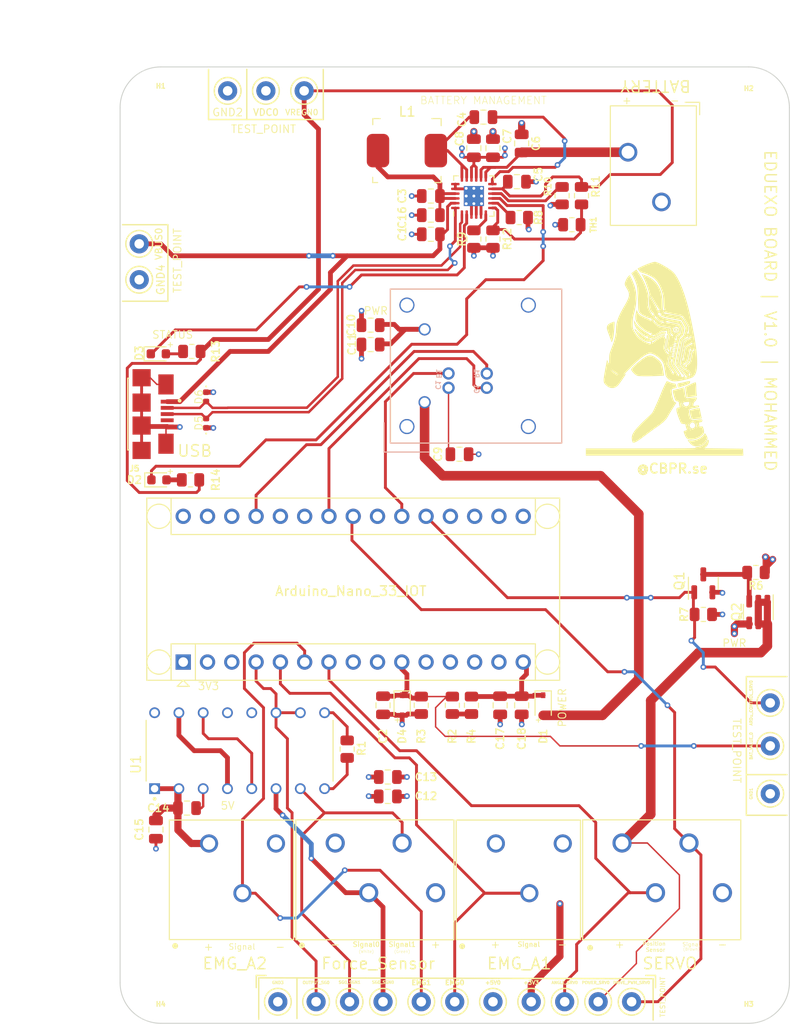
<source format=kicad_pcb>
(kicad_pcb (version 20211014) (generator pcbnew)
  (layers (0 "F.Cu" signal) (1 "In1.Cu" signal "GND") (2 "In2.Cu" signal "PWR") (31 "B.Cu" signal) (34 "B.Paste" user) (35 "F.Paste" user) (36 "B.SilkS" user "B.Silkscreen") (37 "F.SilkS" user "F.Silkscreen") (38 "B.Mask" user) (39 "F.Mask" user) (44 "Edge.Cuts" user))
  (net 0 "")
  (net 1 "Earth")
  (net 4 "+5V")
  (net 5 "+3V3")
  (net 6 "/EMG0_V")
  (net 7 "/EMG1_V")
  (net 8 "Net-(U1-Pad14)")
  (net 9 "Net-(R1-Pad2)")
  (net 10 "Net-(R1-Pad1)")
  (net 11 "/INA125P AMPLIFIER/SG0_OUTPUT_V")
  (net 14 "VDC")
  (net 15 "VBUS")
  (net 16 "/SRV0_ANGLE_V")
  (net 19 "/Nano 33 IOT /BAT_VALUE_V")
  (net 23 "Net-(A1-Pad15)")
  (net 27 "/Nano 33 IOT /SRV0_ARDu_CONTROL_V")
  (net 28 "/Nano 33 IOT /STATUS_LED_G")
  (net 30 "/SRV0_DRIVE_PWM")
  (net 31 "/Nano 33 IOT /STATUS_LED_B")
  (net 34 "/Nano 33 IOT /STATUS_LED_R")
  (net 38 "/SG0_SIGNAL0_V")
  (net 39 "/SG0_SIGNAL1_V")
  (net 40 "/SRV0_POWER")
  (net 41 "/BQ25886 BATTERY MANAGMENT/D-")
  (net 42 "/BQ25886 BATTERY MANAGMENT/D+")
  (net 43 "Net-(D1-Pad2)")
  (net 44 "Net-(Q1-Pad3)")
  (net 45 "Net-(R11-Pad2)")
  (net 46 "Net-(R8-Pad2)")
  (net 47 "Net-(D2-Pad1)")
  (net 48 "Net-(R10-Pad2)")
  (net 49 "Net-(C4-Pad2)")
  (net 50 "Net-(D3-Pad1)")
  (net 51 "Net-(R9-Pad2)")
  (net 52 "Net-(C4-Pad1)")
  (net 54 "/BAT0_INPUT")
  (net 55 "VPP")
  (net 56 "Net-(R2-Pad1)")
  (net 57 "Net-(D3-Pad2)")
  (net 58 "Net-(D2-Pad2)")
  (net 59 "Net-(C16-Pad1)")
  (footprint "TestPoint:TestPoint_Keystone_5000-5004_Miniature" (layer "F.Cu") (at 181.5 197.75)
    (fp_text reference "GND3")
    (fp_text value "TestPoint" hide)
  )
  (footprint "Capacitor_SMD:C_0805_2012Metric" (layer "F.Cu") (at 191.2 129.032 180)
    (fp_text reference "C11")
    (fp_text value "1uF" hide)
  )
  (footprint "TestPoint:TestPoint_Keystone_5000-5004_Miniature" (layer "F.Cu") (at 215 197.75)
    (fp_text reference "POWER_SRV0")
    (fp_text value "TestPoint" hide)
  )
  (footprint "TestPoint:TestPoint_Keystone_5000-5004_Miniature" (layer "F.Cu") (at 204 197.75)
    (fp_text reference "+5V0")
    (fp_text value "TestPoint" hide)
  )
  (footprint "TestPoint:TestPoint_Keystone_5000-5004_Miniature" (layer "F.Cu") (at 184.25 102.5)
    (fp_text reference "VREGN0")
    (fp_text value "TestPoint" hide)
  )
  (footprint "Capacitor_SMD:C_0805_2012Metric" (layer "F.Cu") (at 168.75 179.75 -90)
    (fp_text reference "C15")
    (fp_text value "1uF" hide)
  )
  (footprint "MountingHole:MountingHole_3.2mm_M3" (layer "F.Cu") (at 169.25 104.25)
    (fp_text reference "H1")
    (fp_text value "M3" hide)
  )
  (footprint "TestPoint:TestPoint_Keystone_5000-5004_Miniature" (layer "F.Cu") (at 200 197.75)
    (fp_text reference "EMG0")
    (fp_text value "TestPoint" hide)
  )
  (footprint "EDUEXO-custom-PCB:TE_1-2834011-4" (layer "F.Cu") (at 221.65 185)
    (fp_text reference "J4" hide)
    (fp_text value "SRV0" hide)
  )
  (footprint "Resistor_SMD:R_0805_2012Metric" (layer "F.Cu") (at 206.75 115.75 180)
    (fp_text reference "R8")
    (fp_text value "383R" hide)
  )
  (footprint "Capacitor_SMD:C_0805_2012Metric" (layer "F.Cu") (at 204 108.5 90)
    (fp_text reference "C7")
    (fp_text value "22uF" hide)
  )
  (footprint "Resistor_SMD:R_0805_2012Metric" (layer "F.Cu") (at 199.75 166.75 90)
    (fp_text reference "R2")
    (fp_text value "10k" hide)
  )
  (footprint "Diode_SMD:D_0402_1005Metric" (layer "F.Cu") (at 174 134.5 -90)
    (fp_text reference "D6")
    (fp_text value "ESD321" hide)
  )
  (footprint "Diode_SMD:D_SOD-323" (layer "F.Cu") (at 194.5 166.75 -90)
    (fp_text reference "D4")
    (fp_text value "D1213A" hide)
  )
  (footprint "Capacitor_SMD:C_0805_2012Metric" (layer "F.Cu") (at 203 105.25)
    (fp_text reference "C4")
    (fp_text value "47nF" hide)
  )
  (footprint "EDUEXO-custom-PCB:TE_1-2834011-4" (layer "F.Cu") (at 191.65 185)
    (fp_text reference "J3" hide)
    (fp_text value "SG0" hide)
  )
  (footprint "EDUEXO-custom-PCB:MODULE_ABX00027_ThroughHoles" (layer "F.Cu") (at 189.384 154.61)
    (fp_text reference "A1")
    (fp_text value "Arduino_Nano_33_IOT")
  )
  (footprint "EDUEXO-custom-PCB:TE_1-2834011-3" (layer "F.Cu") (at 206.65 185)
    (fp_text reference "J1" hide)
    (fp_text value "EMG0" hide)
  )
  (footprint "MountingHole:MountingHole_3.2mm_M3" (layer "F.Cu") (at 169.25 195.75)
    (fp_text reference "H4")
    (fp_text value "M3" hide)
  )
  (footprint "Resistor_SMD:R_0805_2012Metric" (layer "F.Cu") (at 202 118 90)
    (fp_text reference "R9")
    (fp_text value "Vset" hide)
  )
  (footprint "Capacitor_SMD:C_0805_2012Metric" (layer "F.Cu") (at 197.5 115.5 180)
    (fp_text reference "C16")
    (fp_text value "10uF" hide)
  )
  (footprint "MountingHole:MountingHole_3.2mm_M3" (layer "F.Cu") (at 230.75 195.75)
    (fp_text reference "H3")
    (fp_text value "M3" hide)
  )
  (footprint "Capacitor_SMD:C_0805_2012Metric" (layer "F.Cu") (at 207 108 90)
    (fp_text reference "C6")
    (fp_text value "10uF" hide)
  )
  (footprint "Resistor_SMD:R_0805_2012Metric" (layer "F.Cu") (at 211.228 113.462 90)
    (fp_text reference "R10")
    (fp_text value "Iset" hide)
  )
  (footprint "Resistor_SMD:R_0805_2012Metric" (layer "F.Cu") (at 172.366 143.18)
    (fp_text reference "R14")
    (fp_text value "170" hide)
  )
  (footprint "Resistor_SMD:R_0805_2012Metric" (layer "F.Cu") (at 231.5 152.8625 180)
    (fp_text reference "R6")
    (fp_text value "100k" hide)
  )
  (footprint "Capacitor_SMD:C_0805_2012Metric" (layer "F.Cu") (at 193 174.25)
    (fp_text reference "C13")
    (fp_text value "1uF" hide)
  )
  (footprint "TestPoint:TestPoint_Keystone_5000-5004_Miniature" (layer "F.Cu") (at 218.5 197.75)
    (fp_text reference "DRIVE_PWM_SRV0")
    (fp_text value "TestPoint" hide)
  )
  (footprint "TestPoint:TestPoint_Keystone_5000-5004_Miniature" (layer "F.Cu") (at 233 166.5 90)
    (fp_text reference "ARDu_CONTROL_SRV0")
    (fp_text value "TestPoint" hide)
  )
  (footprint "TestPoint:TestPoint_Keystone_5000-5004_Miniature" (layer "F.Cu") (at 189 197.75)
    (fp_text reference "SG0_SGN1")
    (fp_text value "TestPoint" hide)
  )
  (footprint "EDUEXO-custom-PCB:Texas_S-PVQFN-N24_EP2.1x2.1mm_ThermalVias" (layer "F.Cu") (at 202 113.5 90)
    (fp_text reference "U2" hide)
    (fp_text value "BQ25886RGER" hide)
  )
  (footprint "TestPoint:TestPoint_Keystone_5000-5004_Miniature" (layer "F.Cu") (at 233 171 90)
    (fp_text reference "BAT_VALUE_0")
    (fp_text value "TestPoint" hide)
  )
  (footprint "Capacitor_SMD:C_0805_2012Metric" (layer "F.Cu") (at 206.5 112)
    (fp_text reference "C5")
    (fp_text value "4.7uF" hide)
  )
  (footprint "EDUEXO-custom-PCB:TE_1-2834011-2" (layer "F.Cu") (at 221.134 110 180)
    (fp_text reference "J6" hide)
    (fp_text value "BAT0" hide)
  )
  (footprint "TestPoint:TestPoint_Keystone_5000-5004_Miniature" (layer "F.Cu") (at 196.5 197.75)
    (fp_text reference "EMG1")
    (fp_text value "TestPoint" hide)
  )
  (footprint "MountingHole:MountingHole_3.2mm_M3" (layer "F.Cu") (at 230.75 104.25)
    (fp_text reference "H2")
    (fp_text value "M3" hide)
  )
  (footprint "Capacitor_SMD:C_0805_2012Metric" (layer "F.Cu") (at 193 176.282)
    (fp_text reference "C12")
    (fp_text value "100nF" hide)
  )
  (footprint "TestPoint:TestPoint_Keystone_5000-5004_Miniature" (layer "F.Cu") (at 167 118.5 -90)
    (fp_text reference "VBUS0")
    (fp_text value "TestPoint" hide)
  )
  (footprint "Capacitor_SMD:C_0805_2012Metric" (layer "F.Cu") (at 192.5 166.75 -90)
    (fp_text reference "C2")
    (fp_text value "6.8uF" hide)
  )
  (footprint "TestPoint:TestPoint_Keystone_5000-5004_Miniature" (layer "F.Cu") (at 167 122.25 90)
    (fp_text reference "GND4")
    (fp_text value "TestPoint" hide)
  )
  (footprint "TestPoint:TestPoint_Keystone_5000-5004_Miniature" (layer "F.Cu") (at 192.5 197.75)
    (fp_text reference "SG0_SGN0")
    (fp_text value "TestPoint" hide)
  )
  (footprint "Capacitor_SMD:C_0805_2012Metric" (layer "F.Cu") (at 197.5 117.5 180)
    (fp_text reference "C1")
    (fp_text value "1uF" hide)
  )
  (footprint "Resistor_SMD:R_0805_2012Metric" (layer "F.Cu") (at 196.5 166.75 -90)
    (fp_text reference "R3")
    (fp_text value "10k" hide)
  )
  (footprint "EDUEXO-custom-PCB:TE_1-2834011-3" (layer "F.Cu") (at 176.65 185)
    (fp_text reference "J2" hide)
    (fp_text value "EMG1" hide)
  )
  (footprint "TestPoint:TestPoint_Keystone_5000-5004_Miniature" (layer "F.Cu") (at 233 176 90)
    (fp_text reference "GND1")
    (fp_text value "TestPoint" hide)
  )
  (footprint "Package_TO_SOT_SMD:TSOT-23-6" (layer "F.Cu") (at 231.75 157 -90)
    (fp_text reference "Q2")
    (fp_text value "Si3483CDV" hide)
  )
  (footprint "CBPR:CBPR" (layer "F.Cu") (at 222 130.75)
    (fp_text reference "G***" hide)
    (fp_text value "LOGO" hide)
  )
  (footprint "Capacitor_SMD:C_0805_2012Metric" (layer "F.Cu") (at 191.2 127 180)
    (fp_text reference "C10")
    (fp_text value "100nF" hide)
  )
  (footprint "TestPoint:TestPoint_Keystone_5000-5004_Miniature" (layer "F.Cu") (at 180.25 102.5)
    (fp_text reference "VDC0")
    (fp_text value "TestPoint" hide)
  )
  (footprint "LED_SMD:LED_0603_1608Metric" (layer "F.Cu") (at 169 130)
    (fp_text reference "D3")
    (fp_text value "LED_RED" hide)
  )
  (footprint "EDUEXO-custom-PCB:SW_LP11EE1NCSRGB" (layer "F.Cu") (at 202.25 131.2547)
    (fp_text reference "U3")
    (fp_text value "LP11EE1NCSRGB" hide)
  )
  (footprint "Resistor_SMD:R_0805_2012Metric" (layer "F.Cu") (at 226 157.25)
    (fp_text reference "R7")
    (fp_text value "100k" hide)
  )
  (footprint "Resistor_SMD:R_0805_2012Metric" (layer "F.Cu") (at 188.75 171.3375 -90)
    (fp_text reference "R1")
    (fp_text value "60.4R" hide)
  )
  (footprint "Package_TO_SOT_SMD:SOT-23" (layer "F.Cu") (at 226 154 90)
    (fp_text reference "Q1")
    (fp_text value "BSS123" hide)
  )
  (footprint "Capacitor_SMD:C_0805_2012Metric" (layer "F.Cu") (at 207 166.75 -90)
    (fp_text reference "C18")
    (fp_text value "1uF" hide)
  )
  (footprint "Resistor_SMD:R_0805_2012Metric" (layer "F.Cu") (at 212.25 116.5 180)
    (fp_text reference "TH1")
    (fp_text value "Thermistor_NTC")
  )
  (footprint "Capacitor_SMD:C_0805_2012Metric" (layer "F.Cu") (at 200.5 140.5)
    (fp_text reference "C9")
    (fp_text value "100nF" hide)
  )
  (footprint "Capacitor_SMD:C_0805_2012Metric" (layer "F.Cu") (at 202 108.5 90)
    (fp_text reference "C8")
    (fp_text value "22uF" hide)
  )
  (footprint "Capacitor_SMD:C_0805_2012Metric" (layer "F.Cu") (at 172 177.5)
    (fp_text reference "C14")
    (fp_text value "100nF" hide)
  )
  (footprint "Diode_SMD:D_0402_1005Metric" (layer "F.Cu") (at 174 137.25 90)
    (fp_text reference "D5")
    (fp_text value "ESD321" hide)
  )
  (footprint "EDUEXO-custom-PCB:L_0630CDMCCDS-1R5MC" (layer "F.Cu") (at 195 108.75)
    (fp_text reference "L1")
    (fp_text value "1uH" hide)
  )
  (footprint "INA125P:DIP794W45P254L1969H508Q16" (layer "F.Cu") (at 177.5 171.5 90)
    (fp_text reference "U1")
    (fp_text value "INA125P")
  )
  (footprint "LED_SMD:LED_0603_1608Metric" (layer "F.Cu") (at 169.064 143.18)
    (fp_text reference "D2")
    (fp_text value "LED_Blue" hide)
  )
  (footprint "Diode_SMD:D_SOD-323" (layer "F.Cu") (at 209.25 166.75 -90)
    (fp_text reference "D1")
    (fp_text value "BAT60B" hide)
  )
  (footprint "TestPoint:TestPoint_Keystone_5000-5004_Miniature" (layer "F.Cu") (at 185.5 197.75)
    (fp_text reference "OUTPUT_SG0")
    (fp_text value "TestPoint" hide)
  )
  (footprint "TestPoint:TestPoint_Keystone_5000-5004_Miniature" (layer "F.Cu") (at 208 197.75)
    (fp_text reference "+3V3")
    (fp_text value "TestPoint" hide)
  )
  (footprint "TestPoint:TestPoint_Keystone_5000-5004_Miniature" (layer "F.Cu") (at 176.25 102.5)
    (fp_text reference "GND2")
    (fp_text value "TestPoint" hide)
  )
  (footprint "Capacitor_SMD:C_0805_2012Metric" (layer "F.Cu") (at 197.5 113.5 180)
    (fp_text reference "C3")
    (fp_text value "10uF" hide)
  )
  (footprint "Capacitor_SMD:C_0805_2012Metric" (layer "F.Cu") (at 204.75 166.75 -90)
    (fp_text reference "C17")
    (fp_text value "100nF" hide)
  )
  (footprint "Resistor_SMD:R_0805_2012Metric" (layer "F.Cu") (at 201.75 166.75 -90)
    (fp_text reference "R4")
    (fp_text value "10k" hide)
  )
  (footprint "Resistor_SMD:R_0805_2012Metric" (layer "F.Cu") (at 213.26 113.462 -90)
    (fp_text reference "R11")
    (fp_text value "5.24k" hide)
  )
  (footprint "EDUEXO-custom-PCB:USB_micro_B_10118192-0002LF" (layer "F.Cu") (at 169.925 136.3 -90)
    (fp_text reference "J5")
    (fp_text value "USB_B_Micro")
  )
  (footprint "Resistor_SMD:R_0805_2012Metric" (layer "F.Cu") (at 172.5 129.75)
    (fp_text reference "R13")
    (fp_text value "300" hide)
  )
  (footprint "Resistor_SMD:R_0805_2012Metric" (layer "F.Cu") (at 204 118 -90)
    (fp_text reference "R12")
    (fp_text value "30.31k" hide)
  )
  (footprint "TestPoint:TestPoint_Keystone_5000-5004_Miniature" (layer "F.Cu") (at 211.5 197.75)
    (fp_text reference "ANGLE_SRV0")
    (fp_text value "TestPoint" hide)
  )
  (gr_line (start 186.25 100.254) (end 186.25 105.5) (layer "F.SilkS") (width 0.15))
  (gr_line (start 234.75 163.75) (end 230.5 163.75) (layer "F.SilkS") (width 0.15))
  (gr_line (start 186.25 105.5) (end 174.25 105.5) (layer "F.SilkS") (width 0.15))
  (gr_line (start 230.5 174) (end 234.75 174) (layer "F.SilkS") (width 0.15))
  (gr_line (start 230.5 178.25) (end 234.75 178.25) (layer "F.SilkS") (width 0.15))
  (gr_line (start 180.258 195) (end 179.242 195) (layer "F.SilkS") (width 0.15))
  (gr_line (start 170 124.5) (end 170 116.5) (layer "F.SilkS") (width 0.15))
  (gr_line (start 170 116.5) (end 165.25 116.5) (layer "F.SilkS") (width 0.15))
  (gr_line (start 230.5 163.75) (end 230.5 178.25) (layer "F.SilkS") (width 0.15))
  (gr_line (start 179.242 195) (end 179.242 196.27) (layer "F.SilkS") (width 0.15))
  (gr_line (start 221 195) (end 219.984 195) (layer "F.SilkS") (width 0.15))
  (gr_line (start 178.25 105.5) (end 178.25 100.25) (layer "F.SilkS") (width 0.15))
  (gr_line (start 183.5 195.25) (end 183.5 199.5) (layer "F.SilkS") (width 0.15))
  (gr_line (start 220.75 195.339) (end 179.5 195.25) (layer "F.SilkS") (width 0.15))
  (gr_line (start 179.5 195.25) (end 179.5 199.572) (layer "F.SilkS") (width 0.15))
  (gr_line (start 174.25 105.5) (end 174.25 100.254) (layer "F.SilkS") (width 0.15))
  (gr_line (start 220.75 199.661) (end 220.75 195.339) (layer "F.SilkS") (width 0.15))
  (gr_line (start 221 196.27) (end 221 195) (layer "F.SilkS") (width 0.15))
  (gr_line (start 165.25 124.5) (end 170 124.5) (layer "F.SilkS") (width 0.15))
  (gr_line (start 165 195.75) (end 165 104.25) (layer "Edge.Cuts") (width 0.1))
  (gr_line (start 169.25 100) (end 230.75 100) (layer "Edge.Cuts") (width 0.1))
  (gr_line (start 235 104.25) (end 235 195.75) (layer "Edge.Cuts") (width 0.1))
  (gr_arc (start 230.75 100) (mid 233.755204 101.244796) (end 235 104.25) (layer "Edge.Cuts") (width 0.1))
  (gr_arc (start 165 104.25) (mid 166.244796 101.244796) (end 169.25 100) (layer "Edge.Cuts") (width 0.1))
  (gr_line (start 230.75 200) (end 169.25 200) (layer "Edge.Cuts") (width 0.1))
  (gr_arc (start 235 195.75) (mid 233.755204 198.755204) (end 230.75 200) (layer "Edge.Cuts") (width 0.1))
  (gr_arc (start 169.25 200) (mid 166.244796 198.755204) (end 165 195.75) (layer "Edge.Cuts") (width 0.1))
  (gr_text "BATTERY\n" (at 221 102 180) (layer "F.SilkS") (effects (font (size 1.2 1.2))))
  (gr_text "+\n" (at 170.25 129) (layer "F.SilkS") (effects (font (size 0.6 0.6) (thickness 0.1))))
  (gr_text "+" (at 198 191.75) (layer "F.SilkS") (effects (font (size 0.8 0.8) (thickness 0.1))))
  (gr_text "PWR" (at 229.25 160.25) (layer "F.SilkS") (effects (font (size 0.8 0.8) (thickness 0.1))))
  (gr_text "-\n" (at 187.5 191.75) (layer "F.SilkS") (effects (font (size 0.8 0.8) (thickness 0.1))))
  (gr_text "STATUS" (at 170.5 128) (layer "F.SilkS") (effects (font (size 0.8 0.8) (thickness 0.1))))
  (gr_text "TEST_POINT" (at 229.5 171.5 270) (layer "F.SilkS") (effects (font (size 0.8 0.8) (thickness 0.1))))
  (gr_text "Force_Sensor" (at 192 193.75) (layer "F.SilkS") (effects (font (size 1.2 1.2))))
  (gr_text "-" (at 223 103.5) (layer "F.SilkS") (effects (font (size 0.8 0.8) (thickness 0.1))))
  (gr_text "POWER" (at 211.25 167 90) (layer "F.SilkS") (effects (font (size 0.8 0.8) (thickness 0.1))))
  (gr_text "@CBPR.se" (at 222.75 142) (layer "F.SilkS") (effects (font (size 1 1) (thickness 0.18))))
  (gr_text "Signal0\n" (at 190.75 191.75) (layer "F.SilkS") (effects (font (size 0.5 0.5) (thickness 0.1))))
  (gr_text "BATTERY MANAGEMENT" (at 203 103.5) (layer "F.SilkS") (effects (font (size 0.8 0.8) (thickness 0.06))))
  (gr_text "5V" (at 176.25 177.25) (layer "F.SilkS") (effects (font (size 0.8 0.8) (thickness 0.1))))
  (gr_text "USB" (at 172.805 140.15225) (layer "F.SilkS") (effects (font (size 1.2 1.2))))
  (gr_text "+\n" (at 208.75 168.25) (layer "F.SilkS") (effects (font (size 0.6 0.6) (thickness 0.1))))
  (gr_text "3V3" (at 174.25 164.75) (layer "F.SilkS") (effects (font (size 0.8 0.8) (thickness 0.1))))
  (gr_text "+" (at 204.25 191.75) (layer "F.SilkS") (effects (font (size 0.8 0.8) (thickness 0.1))))
  (gr_text "SERVO" (at 222.5 193.75) (layer "F.SilkS") (effects (font (size 1.2 1.2))))
  (gr_text "+" (at 174.25 192) (layer "F.SilkS") (effects (font (size 0.8 0.8) (thickness 0.1))))
  (gr_text "-\n" (at 181.75 192) (layer "F.SilkS") (effects (font (size 0.8 0.8) (thickness 0.1))))
  (gr_text "EMG_A1" (at 206.75 193.75) (layer "F.SilkS") (effects (font (size 1.2 1.2))))
  (gr_text "TEST_POINT" (at 221.75 197.25 90) (layer "F.SilkS") (effects (font (size 0.5 0.5) (thickness 0.08))))
  (gr_text "-\n" (at 211.25 191.75) (layer "F.SilkS") (effects (font (size 0.8 0.8) (thickness 0.1))))
  (gr_text "PWR" (at 191.75 125.5) (layer "F.SilkS") (effects (font (size 0.8 0.8) (thickness 0.1))))
  (gr_text "(Brown)" (at 224.75 192.25) (layer "F.SilkS") (effects (font (size 0.3 0.3) (thickness 0.03))))
  (gr_text "Signal" (at 207.75 191.75) (layer "F.SilkS") (effects (font (size 0.5 0.5) (thickness 0.1))))
  (gr_text "Signal" (at 177.75 192) (layer "F.SilkS") (effects (font (size 0.6 0.6) (thickness 0.075))))
  (gr_text "(White)" (at 190.75 192.5) (layer "F.SilkS") (effects (font (size 0.3 0.3) (thickness 0.03))))
  (gr_text "EDUEXO BOARD | V1.0 | MOHAMMED" (at 233 125.5 270) (layer "F.SilkS") (effects (font (size 1.2 1.2))))
  (gr_text "-\n" (at 228 191.75) (layer "F.SilkS") (effects (font (size 0.8 0.8) (thickness 0.1))))
  (gr_text "+\n" (at 170.25 142.25) (layer "F.SilkS") (effects (font (size 0.6 0.6) (thickness 0.1))))
  (gr_text "Signal1\n" (at 194.5 191.75) (layer "F.SilkS") (effects (font (size 0.5 0.5) (thickness 0.1))))
  (gr_text "+" (at 217.25 191.75) (layer "F.SilkS") (effects (font (size 0.8 0.8) (thickness 0.1))))
  (gr_text "TEST_POINT" (at 180 106.5) (layer "F.SilkS") (effects (font (size 0.8 0.8) (thickness 0.1))))
  (gr_text "EMG_A2" (at 177 193.75) (layer "F.SilkS") (effects (font (size 1.2 1.2))))
  (gr_text "+\n" (at 194 168.25) (layer "F.SilkS") (effects (font (size 0.6 0.6) (thickness 0.1))))
  (gr_text "Position \nSensor" (at 221 192) (layer "F.SilkS") (effects (font (size 0.4 0.4) (thickness 0.07))))
  (gr_text "+" (at 218 103.5) (layer "F.SilkS") (effects (font (size 0.8 0.8) (thickness 0.1))))
  (gr_text "(Green)" (at 194.5 192.5) (layer "F.SilkS") (effects (font (size 0.3 0.3) (thickness 0.03))))
  (gr_text "Signal" (at 224.75 191.75) (layer "F.SilkS") (effects (font (size 0.4 0.4) (thickness 0.05))))
  (gr_text "TEST_POINT" (at 171 120.25 90) (layer "F.SilkS") (effects (font (size 0.8 0.8) (thickness 0.1))))
  (segment (start 194.968 176.282) (end 195 176.25) (width 0.5) (layer "F.Cu") (net 1))
  (segment (start 194.5 167.8) (end 193.8 167.8) (width 0.5) (layer "F.Cu") (net 1))
  (segment (start 227.9375 154.9375) (end 228 155) (width 0.5) (layer "F.Cu") (net 1))
  (segment (start 193.7 167.7) (end 192.5 167.7) (width 0.5) (layer "F.Cu") (net 1))
  (segment (start 167.25 137.5) (end 167.25 135.1) (width 0.3) (layer "F.Cu") (net 1))
  (segment (start 173.5 177.5) (end 172.95 177.5) (width 0.25) (layer "F.Cu") (net 1))
  (segment (start 173.69 177.31) (end 173.5 177.5) (width 0.25) (layer "F.Cu") (net 1))
  (segment (start 196.55 115.5) (end 195.5 115.5) (width 0.3) (layer "F.Cu") (net 1))
  (segment (start 193.95 174.25) (end 195 174.25) (width 0.5) (layer "F.Cu") (net 1))
  (segment (start 168.15275 132.5) (end 167.25 132.5) (width 0.15) (layer "F.Cu") (net 1))
  (segment (start 195.0875 167.6625) (end 194.95 167.8) (width 0.5) (layer "F.Cu") (net 1))
  (segment (start 226.9125 157.25) (end 228 157.25) (width 0.5) (layer "F.Cu") (net 1))
  (segment (start 174.735 137.735) (end 174.75 137.75) (width 0.5) (layer "F.Cu") (net 1))
  (segment (start 200.0625 112.25) (end 200.0625 112.75) (width 0.3) (layer "F.Cu") (net 1))
  (segment (start 196.55 113.5) (end 195.5 113.5) (width 0.3) (layer "F.Cu") (net 1))
  (segment (start 204 119.75) (end 204 118.9125) (width 0.5) (layer "F.Cu") (net 1))
  (segment (start 207 107.05) (end 207 105.92452) (width 0.75) (layer "F.Cu") (net 1))
  (segment (start 200.0625 112.75) (end 201.15 112.75) (width 0.3) (layer "F.Cu") (net 1))
  (segment (start 169.8 137.725) (end 169.925 137.6) (width 0.15) (layer "F.Cu") (net 1))
  (segment (start 202 107.55) (end 202 106.75) (width 0.75) (layer "F.Cu") (net 1))
  (segment (start 167.25 135.1) (end 167.25 132.5) (width 0.3) (layer "F.Cu") (net 1))
  (segment (start 174 137.735) (end 174.735 137.735) (width 0.5) (layer "F.Cu") (net 1))
  (segment (start 204 118.9125) (end 202 118.9125) (width 0.5) (layer "F.Cu") (net 1))
  (segment (start 207 167.7) (end 207 168.75) (width 0.5) (layer "F.Cu") (net 1))
  (segment (start 169.8 133.2) (end 168.85275 133.2) (width 0.15) (layer "F.Cu") (net 1))
  (segment (start 193.95 176.282) (end 194.968 176.282) (width 0.5) (layer "F.Cu") (net 1))
  (segment (start 204 107.55) (end 204 106.75) (width 0.75) (layer "F.Cu") (net 1))
  (segment (start 211.228 114.3745) (end 210.1255 114.3745) (width 0.5) (layer "F.Cu") (net 1))
  (segment (start 171.25 137.65225) (end 169.97725 137.65225) (width 0.5) (layer "F.Cu") (net 1))
  (segment (start 201.45 140.5) (end 202.5 140.5) (width 0.15) (layer "F.Cu") (net 1))
  (segment (start 202.75 114.35) (end 202.8 114.3) (width 0.3) (layer "F.Cu") (net 1))
  (segment (start 210.1255 114.3745) (end 210 114.5) (width 0.5) (layer "F.Cu") (net 1))
  (segment (start 211.3375 116.5) (end 210.5 116.5) (width 0.5) (layer "F.Cu") (net 1))
  (segment (start 201.75 115.4375) (end 201.75 114.55) (width 0.3) (layer "F.Cu") (net 1))
  (segment (start 207.45 112) (end 208.5 112) (width 0.5) (layer "F.Cu") (net 1))
  (segment (start 196.55 117.5) (end 195.5 117.5) (width 0.3) (layer "F.Cu") (net 1))
  (segment (start 202.75 115.4375) (end 202.75 114.35) (width 0.3) (layer "F.Cu") (net 1))
  (segment (start 169.97725 137.65225) (end 169.925 137.6) (width 0.5) (layer "F.Cu") (net 1))
  (segment (start 226.8625 154.9375) (end 227.9375 154.9375) (width 0.5) (layer "F.Cu") (net 1))
  (segment (start 196.5 167.6625) (end 195.0875 167.6625) (width 0.5) (layer "F.Cu") (net 1))
  (segment (start 202 114.3) (end 202.25 114.55) (width 0.3) (layer "F.Cu") (net 1))
  (segment (start 194.95 167.8) (end 194.5 167.8) (width 0.5) (layer "F.Cu") (net 1))
  (segment (start 201.15 112.75) (end 201.2 112.7) (width 0.3) (layer "F.Cu") (net 1))
  (segment (start 207.75 117) (end 207.6625 116.9125) (width 0.5) (layer "F.Cu") (net 1))
  (segment (start 167.35 137.6) (end 167.25 137.5) (width 0.5) (layer "F.Cu") (net 1))
  (segment (start 190.25 127) (end 190.25 125.5) (width 0.5) (layer "F.Cu") (net 1))
  (segment (start 207.6625 116.9125) (end 207.6625 115.75) (width 0.5) (layer "F.Cu") (net 1))
  (segment (start 201.75 114.55) (end 202 114.3) (width 0.3) (layer "F.Cu") (net 1))
  (segment (start 168.75 180.7) (end 168.75 181.75) (width 0.3) (layer "F.Cu") (net 1))
  (segment (start 169.925 137.6) (end 167.35 137.6) (width 0.5) (layer "F.Cu") (net 1))
  (segment (start 174.75 134.015) (end 174 134.015) (width 0.5) (layer "F.Cu") (net 1))
  (segment (start 168.85275 133.2) (end 168.15275 132.5) (width 0.15) (layer "F.Cu") (net 1))
  (segment (start 193.8 167.8) (end 193.7 167.7) (width 0.5) (layer "F.Cu") (net 1))
  (segment (start 169.8 139.4) (end 169.8 137.725) (width 0.15) (layer "F.Cu") (net 1))
  (segment (start 194.5 167.8) (end 194.5 168.75) (width 0.5) (layer "F.Cu") (net 1))
  (segment (start 167.25 140.1) (end 167.25 137.5) (width 0.3) (layer "F.Cu") (net 1))
  (segment (start 202.25 114.55) (end 202.25 115.4375) (width 0.3) (layer "F.Cu") (net 1))
  (segment (start 202 118.9125) (end 202 119.75) (width 0.5) (layer "F.Cu") (net 1))
  (segment (start 173.69 175.47) (end 173.69 177.31) (width 0.25) (layer "F.Cu") (net 1))
  (segment (start 190.25 129.032) (end 190.25 130.5) (width 0.5) (layer "F.Cu") (net 1))
  (segment (start 204.75 167.7) (end 204.75 168.75) (width 0.5) (layer "F.Cu") (net 1))
  (via (at 195.5 117.5) (size 0.6) (drill 0.3) (layers "F.Cu" "B.Cu") (net 1))
  (via (at 195.5 115.5) (size 0.6) (drill 0.3) (layers "F.Cu" "B.Cu") (net 1))
  (via (at 210.5 116.5) (size 0.6) (drill 0.3) (layers "F.Cu" "B.Cu") (net 1))
  (via (at 204 119.75) (size 0.6) (drill 0.3) (layers "F.Cu" "B.Cu") (net 1))
  (via (at 204.75 168.75) (size 0.6) (drill 0.3) (layers "F.Cu" "B.Cu") (net 1))
  (via (at 204 106.75) (size 0.6) (drill 0.3) (layers "F.Cu" "B.Cu") (net 1))
  (via (at 207.75 117) (size 0.6) (drill 0.3) (layers "F.Cu" "B.Cu") (net 1))
  (via (at 207 168.75) (size 0.6) (drill 0.3) (layers "F.Cu" "B.Cu") (net 1))
  (via (at 174.75 137.75) (size 0.6) (drill 0.3) (layers "F.Cu" "B.Cu") (net 1))
  (via (at 208.5 112) (size 0.6) (drill 0.3) (layers "F.Cu" "B.Cu") (net 1))
  (via (at 202 106.75) (size 0.6) (drill 0.3) (layers "F.Cu" "B.Cu") (net 1))
  (via (at 228 157.25) (size 0.6) (drill 0.3) (layers "F.Cu" "B.Cu") (net 1))
  (via (at 174.75 134.015) (size 0.6) (drill 0.3) (layers "F.Cu" "B.Cu") (net 1))
  (via (at 195 176.25) (size 0.6) (drill 0.3) (layers "F.Cu" "B.Cu") (net 1))
  (via (at 210 114.5) (size 0.6) (drill 0.3) (layers "F.Cu" "B.Cu") (net 1))
  (via (at 207 105.8495) (size 0.6) (drill 0.3) (layers "F.Cu" "B.Cu") (net 1))
  (via (at 168.75 181.75) (size 0.6) (drill 0.3) (layers "F.Cu" "B.Cu") (net 1))
  (via (at 195 174.25) (size 0.6) (drill 0.3) (layers "F.Cu" "B.Cu") (net 1))
  (via (at 190.25 125.5) (size 0.6) (drill 0.3) (layers "F.Cu" "B.Cu") (net 1))
  (via (at 202 119.75) (size 0.6) (drill 0.3) (layers "F.Cu" "B.Cu") (net 1))
  (via (at 171.25 137.65225) (size 0.6) (drill 0.3) (layers "F.Cu" "B.Cu") (net 1))
  (via (at 202.5 140.5) (size 0.6) (drill 0.3) (layers "F.Cu" "B.Cu") (net 1))
  (via (at 194.5 168.75) (size 0.6) (drill 0.3) (layers "F.Cu" "B.Cu") (net 1))
  (via (at 228 155) (size 0.6) (drill 0.3) (layers "F.Cu" "B.Cu") (net 1))
  (via (at 195.5 113.5) (size 0.6) (drill 0.3) (layers "F.Cu" "B.Cu") (net 1))
  (via (at 190.25 130.5) (size 0.6) (drill 0.3) (layers "F.Cu" "B.Cu") (net 1))
  (segment (start 172.75 171.5) (end 175.5 171.5) (width 0.5) (layer "F.Cu") (net 4))
  (segment (start 175.5 171.5) (end 176.23 172.23) (width 0.5) (layer "F.Cu") (net 4))
  (segment (start 171.15 169.9) (end 172.75 171.5) (width 0.5) (layer "F.Cu") (net 4))
  (segment (start 192.05 174.25) (end 191 174.25) (width 0.5) (layer "F.Cu") (net 4))
  (segment (start 191.032 176.282) (end 191 176.25) (width 0.5) (layer "F.Cu") (net 4))
  (segment (start 192.05 176.282) (end 191.032 176.282) (width 0.5) (layer "F.Cu") (net 4))
  (segment (start 171.15 167.53) (end 171.15 169.9) (width 0.5) (layer "F.Cu") (net 4))
  (segment (start 176.23 172.23) (end 176.23 175.47) (width 0.5) (layer "F.Cu") (net 4))
  (via (at 191 176.25) (size 0.6) (drill 0.3) (layers "F.Cu" "B.Cu") (net 4))
  (via (at 191 174.25) (size 0.6) (drill 0.3) (layers "F.Cu" "B.Cu") (net 4))
  (segment (start 169.5 177.5) (end 168.75 178.25) (width 0.75) (layer "F.Cu") (net 5))
  (segment (start 171.15 175.47) (end 168.61 175.47) (width 0.5) (layer "F.Cu") (net 5))
  (segment (start 199.55 140.5) (end 199.35 140.3) (width 0.15) (layer "F.Cu") (net 5))
  (segment (start 171.05 177.5) (end 169.5 177.5) (width 0.75) (layer "F.Cu") (net 5))
  (segment (start 199.35 140.3) (end 199.35 133.5547) (width 0.15) (layer "F.Cu") (net 5))
  (segment (start 211 193) (end 211 187.5) (width 0.75) (layer "F.Cu") (net 5))
  (segment (start 208 196) (end 211 193) (width 0.75) (layer "F.Cu") (net 5))
  (segment (start 174.3 181.2) (end 172.45 181.2) (width 0.75) (layer "F.Cu") (net 5))
  (segment (start 171.05 175.57) (end 171.15 175.47) (width 0.75) (layer "F.Cu") (net 5))
  (segment (start 168.75 178.25) (end 168.75 178.8) (width 0.75) (layer "F.Cu") (net 5))
  (segment (start 208 197.75) (end 208 196) (width 0.75) (layer "F.Cu") (net 5))
  (segment (start 171.05 177.5) (end 171.05 175.57) (width 0.75) (layer "F.Cu") (net 5))
  (segment (start 171.05 179.8) (end 172.45 181.2) (width 0.75) (layer "F.Cu") (net 5))
  (segment (start 171.05 177.5) (end 171.05 179.8) (width 0.75) (layer "F.Cu") (net 5))
  (via (at 211 187.5) (size 0.6) (drill 0.3) (layers "F.Cu" "B.Cu") (net 5))
  (segment (start 182.75 165.5) (end 181.764 164.514) (width 0.3) (layer "F.Cu") (net 6))
  (segment (start 203.15 186.4) (end 196 179.25) (width 0.3) (layer "F.Cu") (net 6))
  (segment (start 203.1 186.4) (end 200 189.5) (width 0.3) (layer "F.Cu") (net 6))
  (segment (start 187 165.5) (end 182.75 165.5) (width 0.3) (layer "F.Cu") (net 6))
  (segment (start 196 179.25) (end 196 173) (width 0.3) (layer "F.Cu") (net 6))
  (segment (start 207.8 186.4) (end 203.15 186.4) (width 0.3) (layer "F.Cu") (net 6))
  (segment (start 195.25 172.25) (end 193.75 172.25) (width 0.3) (layer "F.Cu") (net 6))
  (segment (start 193.75 172.25) (end 187 165.5) (width 0.3) (layer "F.Cu") (net 6))
  (segment (start 196 173) (end 195.25 172.25) (width 0.3) (layer "F.Cu") (net 6))
  (segment (start 207.8 186.4) (end 203.1 186.4) (width 0.3) (layer "F.Cu") (net 6))
  (segment (start 181.764 164.514) (end 181.764 162.23) (width 0.3) (layer "F.Cu") (net 6))
  (segment (start 200 189.5) (end 200 197.75) (width 0.3) (layer "F.Cu") (net 6))
  (segment (start 180 167) (end 178 165) (width 0.3) (layer "F.Cu") (net 7))
  (segment (start 181.75 189) (end 179.15 186.4) (width 0.3) (layer "F.Cu") (net 7))
  (segment (start 196.5 197.75) (end 196.5 188.312213) (width 0.3) (layer "F.Cu") (net 7))
  (segment (start 180 176.5) (end 180 167) (width 0.3) (layer "F.Cu") (net 7))
  (segment (start 177.8 186.4) (end 177.8 178.7) (width 0.3) (layer "F.Cu") (net 7))
  (segment (start 179.15 186.4) (end 177.8 186.4) (width 0.3) (layer "F.Cu") (net 7))
  (segment (start 192.187787 184) (end 188.5 184) (width 0.3) (layer "F.Cu") (net 7))
  (segment (start 183.5 160.25) (end 184.304 161.054) (width 0.3) (layer "F.Cu") (net 7))
  (segment (start 178 165) (end 178 161.25) (width 0.3) (layer "F.Cu") (net 7))
  (segment (start 177.8 178.7) (end 180 176.5) (width 0.3) (layer "F.Cu") (net 7))
  (segment (start 196.5 188.312213) (end 192.187787 184) (width 0.3) (layer "F.Cu") (net 7))
  (segment (start 184.304 161.054) (end 184.304 162.23) (width 0.3) (layer "F.Cu") (net 7))
  (segment (start 178 161.25) (end 179 160.25) (width 0.3) (layer "F.Cu") (net 7))
  (segment (start 179 160.25) (end 183.5 160.25) (width 0.3) (layer "F.Cu") (net 7))
  (via (at 188.5 184) (size 0.6) (drill 0.3) (layers "F.Cu" "B.Cu") (net 7))
  (via (at 181.75 189) (size 0.6) (drill 0.3) (layers "F.Cu" "B.Cu") (net 7))
  (segment (start 188.5 184) (end 183.5 189) (width 0.3) (layer "B.Cu") (net 7))
  (segment (start 183.5 189) (end 181.75 189) (width 0.3) (layer "B.Cu") (net 7))
  (segment (start 174.25 170.25) (end 177.25 170.25) (width 0.3) (layer "F.Cu") (net 8))
  (segment (start 173.69 169.69) (end 174.25 170.25) (width 0.3) (layer "F.Cu") (net 8))
  (segment (start 177.25 170.25) (end 178.77 171.77) (width 0.3) (layer "F.Cu") (net 8))
  (segment (start 178.77 171.77) (end 178.77 175.47) (width 0.3) (layer "F.Cu") (net 8))
  (segment (start 173.69 167.53) (end 173.69 169.69) (width 0.3) (layer "F.Cu") (net 8))
  (segment (start 186.39 175.47) (end 187.28 175.47) (width 0.3) (layer "F.Cu") (net 9))
  (segment (start 188.75 174) (end 188.75 172.25) (width 0.3) (layer "F.Cu") (net 9))
  (segment (start 187.28 175.47) (end 188.75 174) (width 0.3) (layer "F.Cu") (net 9))
  (segment (start 186.39 167.53) (end 187.28 167.53) (width 0.3) (layer "F.Cu") (net 10))
  (segment (start 187.28 167.53) (end 188.75 169) (width 0.3) (layer "F.Cu") (net 10))
  (segment (start 188.75 169) (end 188.75 170.425) (width 0.3) (layer "F.Cu") (net 10))
  (segment (start 185.5 193.5) (end 185.5 197.75) (width 0.3) (layer "F.Cu") (net 11))
  (segment (start 181.31 167.53) (end 181.31 169.06) (width 0.3) (layer "F.Cu") (net 11))
  (segment (start 181.31 169.06) (end 182.5 170.25) (width 0.3) (layer "F.Cu") (net 11))
  (segment (start 181.31 165.56) (end 181.31 167.53) (width 0.3) (layer "F.Cu") (net 11))
  (segment (start 181.31 167.53) (end 183.85 167.53) (width 0.3) (layer "F.Cu") (net 11))
  (segment (start 182.5 177.5) (end 182.5 170.25) (width 0.3) (layer "F.Cu") (net 11))
  (segment (start 182.985489 190.985489) (end 185.5 193.5) (width 0.3) (layer "F.Cu") (net 11))
  (segment (start 182.985489 177.985489) (end 182.985489 190.985489) (width 0.3) (layer "F.Cu") (net 11))
  (segment (start 179.224 162.23) (end 179.224 164.224) (width 0.3) (layer "F.Cu") (net 11))
  (segment (start 182.5 177.5) (end 182.985489 177.985489) (width 0.3) (layer "F.Cu") (net 11))
  (segment (start 180.75 165) (end 181.31 165.56) (width 0.3) (layer "F.Cu") (net 11))
  (segment (start 179.224 164.224) (end 180 165) (width 0.3) (layer "F.Cu") (net 11))
  (segment (start 180 165) (end 180.75 165) (width 0.3) (layer "F.Cu") (net 11))
  (segment (start 200.75 109.25) (end 200.75 108.5) (width 0.3) (layer "F.Cu") (net 14))
  (segment (start 193.294 128.956) (end 194.818 127.432) (width 0.5) (layer "F.Cu") (net 14))
  (segment (start 229.25 158.5) (end 229.25 159.25) (width 0.75) (layer "F.Cu") (net 14))
  (segment (start 204 109.45) (end 205.05 109.45) (width 0.3) (layer "F.Cu") (net 14))
  (segment (start 202 110.25) (end 202.25 110.5) (width 0.3) (layer "F.Cu") (net 14))
  (segment (start 193.674 126.924) (end 194.182 127.432) (width 0.5) (layer "F.Cu") (net 14))
  (segment (start 232.5 151.25) (end 232.575 151.325) (width 0.75) (layer "F.Cu") (net 14))
  (segment (start 229.5 158.25) (end 229.25 158.5) (width 0.75) (layer "F.Cu") (net 14))
  (segment (start 202 110.25) (end 201.75 110.5) (width 0.3) (layer "F.Cu") (net 14))
  (segment (start 205.05 109.45) (end 205.25 109.25) (width 0.3) (layer "F.Cu") (net 14))
  (segment (start 194.818 127.432) (end 196.068 127.432) (width 0.5) (layer "F.Cu") (net 14))
  (segment (start 202 109.45) (end 202 110.25) (width 0.3) (layer "F.Cu") (net 14))
  (segment (start 232.575 152.8625) (end 232.575 152.175) (width 0.75) (layer "F.Cu") (net 14))
  (segment (start 230.8 158.25) (end 229.5 158.25) (width 0.75) (layer "F.Cu") (net 14))
  (segment (start 202.25 110.5) (end 202.25 111.5625) (width 0.3) (layer "F.Cu") (net 14))
  (segment (start 192.112 128.956) (end 193.294 128.956) (width 0.5) (layer "F.Cu") (net 14))
  (segment (start 200.95 109.45) (end 202 109.45) (width 0.3) (layer "F.Cu") (net 14))
  (segment (start 200.75 109.25) (end 200.95 109.45) (width 0.3) (layer "F.Cu") (net 14))
  (segment (start 192.112 126.924) (end 193.674 126.924) (width 0.5) (layer "F.Cu") (net 14))
  (segment (start 201.75 110.5) (end 201.75 111.5625) (width 0.3) (layer "F.Cu") (net 14))
  (segment (start 232.575 151.325) (end 232.575 152.8625) (width 0.75) (layer "F.Cu") (net 14))
  (segment (start 196.068 127.432) (end 196.85 127.432) (width 0.5) (layer "F.Cu") (net 14))
  (segment (start 232.575 152.175) (end 233.25 151.5) (width 0.75) (layer "F.Cu") (net 14))
  (segment (start 194.182 127.432) (end 196.068 127.432) (width 0.5) (layer "F.Cu") (net 14))
  (segment (start 202 109.45) (end 204 109.45) (width 0.3) (layer "F.Cu") (net 14))
  (segment (start 205.25 109.25) (end 205.25 108.5) (width 0.3) (layer "F.Cu") (net 14))
  (via (at 232.5 151.25) (size 0.6) (drill 0.3) (layers "F.Cu" "B.Cu") (net 14))
  (via (at 205.25 109.25) (size 0.6) (drill 0.3) (layers "F.Cu" "B.Cu") (net 14))
  (via (at 200.75 108.5) (size 0.6) (drill 0.3) (layers "F.Cu" "B.Cu") (net 14))
  (via (at 205.25 108.5) (size 0.6) (drill 0.3) (layers "F.Cu" "B.Cu") (net 14))
  (via (at 229.25 159.25) (size 0.6) (drill 0.3) (layers "F.Cu" "B.Cu") (net 14))
  (via (at 233.25 151.5) (size 0.6) (drill 0.3) (layers "F.Cu" "B.Cu") (net 14))
  (via (at 229.25 158.5) (size 0.6) (drill 0.3) (layers "F.Cu" "B.Cu") (net 14))
  (via (at 200.75 109.25) (size 0.6) (drill 0.3) (layers "F.Cu" "B.Cu") (net 14))
  (segment (start 187 121.5) (end 188.75 119.75) (width 0.5) (layer "F.Cu") (net 15))
  (segment (start 169.925 135) (end 171.25 135) (width 0.5) (layer "F.Cu") (net 15))
  (segment (start 200.0625 114.25) (end 199.613027 114.25) (width 0.3) (layer "F.Cu") (net 15))
  (segment (start 176.5 129.75) (end 180.5 129.75) (width 0.5) (layer "F.Cu") (net 15))
  (segment (start 188.75 119.75) (end 197.75 119.75) (width 0.5) (layer "F.Cu") (net 15))
  (segment (start 171.25 135) (end 176.5 129.75) (width 0.5) (layer "F.Cu") (net 15))
  (segment (start 199.25 114.613027) (end 199.25 117) (width 0.3) (layer "F.Cu") (net 15))
  (segment (start 198.45 119.05) (end 198.45 117.5) (width 0.5) (layer "F.Cu") (net 15))
  (segment (start 199.613027 114.25) (end 199.25 114.613027) (width 0.3) (layer "F.Cu") (net 15))
  (segment (start 198.75 117.5) (end 198.45 117.5) (width 0.3) (layer "F.Cu") (net 15))
  (segment (start 188.75 119.75) (end 187.25 119.75) (width 0.5) (layer "F.Cu") (net 15))
  (segment (start 187 123.25) (end 187 121.5) (width 0.5) (layer "F.Cu") (net 15))
  (segment (start 169.25 118.5) (end 167 118.5) (width 0.5) (layer "F.Cu") (net 15))
  (segment (start 199.25 117) (end 198.75 117.5) (width 0.3) (layer "F.Cu") (net 15))
  (segment (start 170.5 119.75) (end 169.25 118.5) (width 0.5) (layer "F.Cu") (net 15))
  (segment (start 180.5 129.75) (end 187 123.25) (width 0.5) (layer "F.Cu") (net 15))
  (segment (start 197.75 119.75) (end 198.45 119.05) (width 0.5) (layer "F.Cu") (net 15))
  (segment (start 184.75 119.75) (end 170.5 119.75) (width 0.5) (layer "F.Cu") (net 15))
  (via (at 184.75 119.75) (size 0.6) (drill 0.3) (layers "F.Cu" "B.Cu") (net 15))
  (via (at 187.25 119.75) (size 0.6) (drill 0.3) (layers "F.Cu" "B.Cu") (net 15))
  (segment (start 187.25 119.75) (end 184.75 119.75) (width 0.5) (layer "B.Cu") (net 15))
  (segment (start 194.25 171.5) (end 196 171.5) (width 0.3) (layer "F.Cu") (net 16))
  (segment (start 212.75 191.75) (end 212.75 194.5) (width 0.3) (layer "F.Cu") (net 16))
  (segment (start 214.75 182.75) (end 218.35 186.35) (width 0.3) (layer "F.Cu") (net 16))
  (segment (start 213 177.25) (end 214.75 179) (width 0.3) (layer "F.Cu") (net 16))
  (segment (start 214.75 179) (end 214.75 182.75) (width 0.3) (layer "F.Cu") (net 16))
  (segment (start 211.5 195.75) (end 211.5 197.75) (width 0.3) (layer "F.Cu") (net 16))
  (segment (start 196 171.5) (end 201.75 177.25) (width 0.3) (layer "F.Cu") (net 16))
  (segment (start 212.75 194.5) (end 211.5 195.75) (width 0.3) (layer "F.Cu") (net 16))
  (segment (start 221 186.35) (end 218.35 186.35) (width 0.3) (layer "F.Cu") (net 16))
  (segment (start 218.35 186.35) (end 218.15 186.35) (width 0.3) (layer "F.Cu") (net 16))
  (segment (start 218.15 186.35) (end 212.75 191.75) (width 0.3) (layer "F.Cu") (net 16))
  (segment (start 201.75 177.25) (end 213 177.25) (width 0.3) (layer "F.Cu") (net 16))
  (segment (start 186.844 162.23) (end 186.844 164.094) (width 0.3) (layer "F.Cu") (net 16))
  (segment (start 186.844 164.094) (end 194.25 171.5) (width 0.3) (layer "F.Cu") (net 16))
  (segment (start 198 167) (end 198 169) (width 0.15) (layer "F.Cu") (net 19))
  (segment (start 194.55 165.75) (end 195.25 165.75) (width 0.5) (layer "F.Cu") (net 19))
  (segment (start 195.5 166) (end 196.3375 166) (width 0.5) (layer "F.Cu") (net 19))
  (segment (start 199 170) (end 210 170) (width 0.15) (layer "F.Cu") (net 19))
  (segment (start 225 171) (end 233 171) (width 0.3) (layer "F.Cu") (net 19))
  (segment (start 193.7 165.8) (end 192.5 165.8) (width 0.5) (layer "F.Cu") (net 19))
  (segment (start 199.1625 165.8375) (end 198 167) (width 0.15) (layer "F.Cu") (net 19))
  (segment (start 199.75 165.8375) (end 199.1625 165.8375) (width 0.15) (layer "F.Cu") (net 19))
  (segment (start 195 163.5) (end 195 165.2) (width 0.5) (layer "F.Cu") (net 19))
  (segment (start 198 169) (end 199 170) (width 0.15) (layer "F.Cu") (net 19))
  (segment (start 194.464 162.964) (end 195 163.5) (width 0.5) (layer "F.Cu") (net 19))
  (segment (start 196.3375 166) (end 196.5 165.8375) (width 0.5) (layer "F.Cu") (net 19))
  (segment (start 211 171) (end 219.5 171) (width 0.15) (layer "F.Cu") (net 19))
  (segment (start 194.5 165.7) (end 193.8 165.7) (width 0.5) (layer "F.Cu") (net 19))
  (segment (start 194.5 165.7) (end 194.55 165.75) (width 0.5) (layer "F.Cu") (net 19))
  (segment (start 194.464 162.23) (end 194.464 162.964) (width 0.5) (layer "F.Cu") (net 19))
  (segment (start 195 165.2) (end 194.5 165.7) (width 0.5) (layer "F.Cu") (net 19))
  (segment (start 195.25 165.75) (end 195.5 166) (width 0.5) (layer "F.Cu") (net 19))
  (segment (start 199.75 165.8375) (end 196.5 165.8375) (width 0.15) (layer "F.Cu") (net 19))
  (segment (start 210 170) (end 211 171) (width 0.15) (layer "F.Cu") (net 19))
  (segment (start 193.8 165.7) (end 193.7 165.8) (width 0.5) (layer "F.Cu") (net 19))
  (via (at 225 171) (size 0.6) (drill 0.3) (layers "F.Cu" "B.Cu") (net 19))
  (via (at 219.5 171) (size 0.6) (drill 0.3) (layers "F.Cu" "B.Cu") (net 19))
  (segment (start 225 171) (end 219.5 171) (width 0.3) (layer "B.Cu") (net 19))
  (segment (start 207 165.8) (end 208.2 165.8) (width 0.5) (layer "F.Cu") (net 23))
  (segment (start 201.75 165.8375) (end 204.7125 165.8375) (width 0.5) (layer "F.Cu") (net 23))
  (segment (start 207 164) (end 207.5 163.5) (width 0.5) (layer "F.Cu") (net 23))
  (segment (start 208.3 165.7) (end 209.25 165.7) (width 0.5) (layer "F.Cu") (net 23))
  (segment (start 207.5 163.5) (end 207.5 162.566) (width 0.5) (layer "F.Cu") (net 23))
  (segment (start 207.5 162.566) (end 207.164 162.23) (width 0.5) (layer "F.Cu") (net 23))
  (segment (start 207 165.8) (end 204.75 165.8) (width 0.5) (layer "F.Cu") (net 23))
  (segment (start 208.2 165.8) (end 208.3 165.7) (width 0.5) (layer "F.Cu") (net 23))
  (segment (start 204.7125 165.8375) (end 204.75 165.8) (width 0.5) (layer "F.Cu") (net 23))
  (segment (start 207 165.8) (end 207 164) (width 0.5) (layer "F.Cu") (net 23))
  (segment (start 205.514 155.5) (end 197.004 146.99) (width 0.3) (layer "F.Cu") (net 27))
  (segment (start 223.5 155.5) (end 224.0625 154.9375) (width 0.3) (layer "F.Cu") (net 27))
  (segment (start 225.0875 159.6625) (end 225.0875 157.25) (width 0.3) (layer "F.Cu") (net 27))
  (segment (start 226 162.75) (end 227.25 162.75) (width 0.3) (layer "F.Cu") (net 27))
  (segment (start 220.5 155.5) (end 223.5 155.5) (width 0.3) (layer "F.Cu") (net 27))
  (segment (start 224.0625 154.9375) (end 224.9625 154.9375) (width 0.3) (layer "F.Cu") (net 27))
  (segment (start 231 166.5) (end 233 166.5) (width 0.3) (layer "F.Cu") (net 27))
  (segment (start 224.9625 157.125) (end 225.0875 157.25) (width 0.3) (layer "F.Cu") (net 27))
  (segment (start 218 155.5) (end 205.514 155.5) (width 0.3) (layer "F.Cu") (net 27))
  (segment (start 227.25 162.75) (end 231 166.5) (width 0.3) (layer "F.Cu") (net 27))
  (segment (start 224.9625 154.9375) (end 224.9625 157.125) (width 0.3) (layer "F.Cu") (net 27))
  (segment (start 224.75 160) (end 225.0875 159.6625) (width 0.3) (layer "F.Cu") (net 27))
  (via (at 220.5 155.5) (size 0.6) (drill 0.3) (layers "F.Cu" "B.Cu") (net 27))
  (via (at 226 162.75) (size 0.6) (drill 0.3) (layers "F.Cu" "B.Cu") (net 27))
  (via (at 224.75 160) (size 0.6) (drill 0.3) (layers "F.Cu" "B.Cu") (net 27))
  (via (at 218 155.5) (size 0.6) (drill 0.3) (layers "F.Cu" "B.Cu") (net 27))
  (segment (start 224.75 160) (end 226 161.25) (width 0.3) (layer "B.Cu") (net 27))
  (segment (start 220.5 155.5) (end 218 155.5) (width 0.3) (layer "B.Cu") (net 27))
  (segment (start 226 161.25) (end 226 162.75) (width 0.3) (layer "B.Cu") (net 27))
  (segment (start 186.844 139.906) (end 186.844 146.99) (width 0.3) (layer "F.Cu") (net 28))
  (segment (start 203.35 133.5547) (end 202.3047 133.5547) (width 0.3) (layer "F.Cu") (net 28))
  (segment (start 196.25 130.5) (end 186.844 139.906) (width 0.3) (layer "F.Cu") (net 28))
  (segment (start 202.3047 133.5547) (end 202 133.25) (width 0.3) (layer "F.Cu") (net 28))
  (segment (start 202 131.25) (end 201.25 130.5) (width 0.3) (layer "F.Cu") (net 28))
  (segment (start 201.25 130.5) (end 196.25 130.5) (width 0.3) (layer "F.Cu") (net 28))
  (segment (start 202 133.25) (end 202 131.25) (width 0.3) (layer "F.Cu") (net 28))
  (segment (start 217.75 163.25) (end 216 163.25) (width 0.3) (layer "F.Cu") (net 30))
  (segment (start 209.5 156.75) (end 196.5 156.75) (width 0.3) (layer "F.Cu") (net 30))
  (segment (start 216 163.25) (end 209.5 156.75) (width 0.3) (layer "F.Cu") (net 30))
  (segment (start 225.75 193.25) (end 221.25 197.75) (width 0.3) (layer "F.Cu") (net 30))
  (segment (start 225.75 182.4) (end 225.75 193.25) (width 0.3) (layer "F.Cu") (net 30))
  (segment (start 223 179.65) (end 224.5 181.15) (width 0.3) (layer "F.Cu") (net 30))
  (segment (start 196.5 156.75) (end 189.25 149.5) (width 0.3) (layer "F.Cu") (net 30))
  (segment (start 189.25 147.124) (end 189.384 146.99) (width 0.3) (layer "F.Cu") (net 30))
  (segment (start 221.25 197.75) (end 218.5 197.75) (width 0.3) (layer "F.Cu") (net 30))
  (segment (start 189.25 149.5) (end 189.25 147.124) (width 0.3) (layer "F.Cu") (net 30))
  (segment (start 223 167.5) (end 223 179.65) (width 0.3) (layer "F.Cu") (net 30))
  (segment (start 224.5 181.15) (end 225.75 182.4) (width 0.3) (layer "F.Cu") (net 30))
  (segment (start 222.25 166.75) (end 223 167.5) (width 0.3) (layer "F.Cu") (net 30))
  (via (at 222.25 166.75) (size 0.6) (drill 0.3) (layers "F.Cu" "B.Cu") (net 30))
  (via (at 217.75 163.25) (size 0.6) (drill 0.3) (layers "F.Cu" "B.Cu") (net 30))
  (segment (start 218.75 163.25) (end 217.75 163.25) (width 0.3) (layer "B.Cu") (net 30))
  (segment (start 222.25 166.75) (end 218.75 163.25) (width 0.3) (layer "B.Cu") (net 30))
  (segment (start 195.6953 132.0547) (end 199.35 132.0547) (width 0.3) (layer "F.Cu") (net 31))
  (segment (start 192.75 144) (end 192.75 135) (width 0.3) (layer "F.Cu") (net 31))
  (segment (start 192.75 135) (end 195.6953 132.0547) (width 0.3) (layer "F.Cu") (net 31))
  (segment (start 194.464 146.99) (end 194.464 145.714) (width 0.3) (layer "F.Cu") (net 31))
  (segment (start 194.464 145.714) (end 192.75 144) (width 0.3) (layer "F.Cu") (net 31))
  (segment (start 201.95 129.75) (end 195.75 129.75) (width 0.3) (layer "F.Cu") (net 34))
  (segment (start 203.35 132.042) (end 203.35 131.15) (width 0.3) (layer "F.Cu") (net 34))
  (segment (start 186 139.5) (end 184.5 139.5) (width 0.3) (layer "F.Cu") (net 34))
  (segment (start 184.5 139.5) (end 179.224 144.776) (width 0.3) (layer "F.Cu") (net 34))
  (segment (start 195.75 129.75) (end 186 139.5) (width 0.3) (layer "F.Cu") (net 34))
  (segment (start 203.35 131.15) (end 201.95 129.75) (width 0.3) (layer "F.Cu") (net 34))
  (segment (start 179.224 144.776) (end 179.224 146.99) (width 0.3) (layer "F.Cu") (net 34))
  (segment (start 188.6 186.35) (end 191 186.35) (width 0.5) (layer "F.Cu") (net 38))
  (segment (start 192.5 187.85) (end 192.5 197.75) (width 0.5) (layer "F.Cu") (net 38))
  (segment (start 191 186.35) (end 192.5 187.85) (width 0.5) (layer "F.Cu") (net 38))
  (segment (start 185 182.75) (end 188.6 186.35) (width 0.5) (layer "F.Cu") (net 38))
  (segment (start 181.31 177.56) (end 182 178.25) (width 0.5) (layer "F.Cu") (net 38))
  (segment (start 181.31 175.47) (end 181.31 177.56) (width 0.5) (layer "F.Cu") (net 38))
  (via (at 182 178.25) (size 0.6) (drill 0.3) (layers "F.Cu" "B.Cu") (net 38))
  (via (at 185 182.75) (size 0.6) (drill 0.3) (layers "F.Cu" "B.Cu") (net 38))
  (segment (start 182 178.25) (end 185 181.25) (width 0.5) (layer "B.Cu") (net 38))
  (segment (start 185 181.25) (end 185 182.75) (width 0.5) (layer "B.Cu") (net 38))
  (segment (start 184 188.5) (end 189 193.5) (width 0.3) (layer "F.Cu") (net 39))
  (segment (start 186.38 178) (end 193.5 178) (width 0.3) (layer "F.Cu") (net 39))
  (segment (start 186.38 178) (end 184 180.38) (width 0.3) (layer "F.Cu") (net 39))
  (segment (start 189 193.5) (end 189 197.75) (width 0.3) (layer "F.Cu") (net 39))
  (segment (start 194.5 179) (end 194.5 181.15) (width 0.3) (layer "F.Cu") (net 39))
  (segment (start 193.5 178) (end 194.5 179) (width 0.3) (layer "F.Cu") (net 39))
  (segment (start 184 180.38) (end 184 188.5) (width 0.3) (layer "F.Cu") (net 39))
  (segment (start 183.85 175.47) (end 186.38 178) (width 0.3) (layer "F.Cu") (net 39))
  (segment (start 223.5 188) (end 223.5 184.5) (width 0.15) (layer "F.Cu") (net 40))
  (segment (start 232.7 158.25) (end 232.7 155.975) (width 0.75) (layer "F.Cu") (net 40))
  (segment (start 219 192.5) (end 223.5 188) (width 0.15) (layer "F.Cu") (net 40))
  (segment (start 219 193.75) (end 219 192.5) (width 0.15) (layer "F.Cu") (net 40))
  (segment (start 223.5 184.5) (end 220.15 181.15) (width 0.15) (layer "F.Cu") (net 40))
  (segment (start 232.25 158.25) (end 232.7 158.25) (width 0.75) (layer "F.Cu") (net 40))
  (segment (start 231.75 158.25) (end 231.75 155.975) (width 0.75) (layer "F.Cu") (net 40))
  (segment (start 220.5 178.15) (end 217.5 181.15) (width 1) (layer "F.Cu") (net 40))
  (segment (start 231.75 155.975) (end 232.7 155.975) (width 0.75) (layer "F.Cu") (net 40))
  (segment (start 225.5 161.25) (end 220.5 166.25) (width 1) (layer "F.Cu") (net 40))
  (segment (start 232.7 160.55) (end 232 161.25) (width 1) (layer "F.Cu") (net 40))
  (segment (start 232.7 158.25) (end 232.7 160.55) (width 1) (layer "F.Cu") (net 40))
  (segment (start 232 161.25) (end 225.5 161.25) (width 1) (layer "F.Cu") (net 40))
  (segment (start 231.75 158.25) (end 232.25 158.25) (width 0.75) (layer "F.Cu") (net 40))
  (segment (start 220.5 166.25) (end 220.5 178.15) (width 1) (layer "F.Cu") (net 40))
  (segment (start 215 197.75) (end 219 193.75) (width 0.15) (layer "F.Cu") (net 40))
  (segment (start 220.15 181.15) (end 217.5 181.15) (width 0.15) (layer "F.Cu") (net 40))
  (segment (start 187.767844 132.403836) (end 184.536337 135.635343) (width 0.261112) (layer "F.Cu") (net 41))
  (segment (start 189.403836 120.767844) (end 187.767844 122.403836) (width 0.261112) (layer "F.Cu") (net 41))
  (segment (start 184.536337 135.635343) (end 176.25 135.635343) (width 0.261112) (layer "F.Cu") (net 41))
  (segment (start 200.570404 118.804596) (end 198.607156 120.767844) (width 0.261112) (layer "F.Cu") (net 41))
  (segment (start 200.75 115.4375) (end 200.75 116.239642) (width 0.261112) (layer "F.Cu") (net 41))
  (segment (start 174.665343 135.650343) (end 176.25 135.650343) (width 0.261112) (layer "F.Cu") (net 41))
  (segment (start 200.570404 116.419239) (end 200.570404 118.804596) (width 0.261112) (layer "F.Cu") (net 41))
  (segment (start 169.940344 135.65225) (end 173.33275 135.65225) (width 0.261112) (layer "F.Cu") (net 41))
  (segment (start 174 134.985) (end 174.665343 135.650343) (width 0.261112) (layer "F.Cu") (net 41))
  (segment (start 198.607156 120.767844) (end 189.403836 120.767844) (width 0.261112) (layer "F.Cu") (net 41))
  (segment (start 200.75 116.239642) (end 200.570404 116.419239) (width 0.261112) (layer "F.Cu") (net 41))
  (segment (start 173.33275 135.65225) (end 174 134.985) (width 0.261112) (layer "F.Cu") (net 41))
  (segment (start 187.767844 122.403836) (end 187.767844 132.403836) (width 0.261112) (layer "F.Cu") (net 41))
  (segment (start 199.267844 121.232156) (end 189.596164 121.232156) (width 0.261112) (layer "F.Cu") (net 42))
  (segment (start 169.853094 136.3) (end 173.535 136.3) (width 0.261112) (layer "F.Cu") (net 42))
  (segment (start 199.5 118.75) (end 200.0625 118.1875) (width 0.3) (layer "F.Cu") (net 42))
  (segment (start 174.665343 136.099657) (end 174 136.765) (width 0.261112) (layer "F.Cu") (net 42))
  (segment (start 189.596164 121.232156) (end 188.232156 122.596164) (width 0.261112) (layer "F.Cu") (net 42))
  (segment (start 173.535 136.3) (end 174 136.765) (width 0.261112) (layer "F.Cu") (net 42))
  (segment (start 188.232156 132.596164) (end 184.728663 136.099657) (width 0.261112) (layer "F.Cu") (net 42))
  (segment (start 184.728663 136.099657) (end 174.665343 136.099657) (width 0.261112) (layer "F.Cu") (net 42))
  (segment (start 200.0625 118.1875) (end 200.0625 114.75) (width 0.3) (layer "F.Cu") (net 42))
  (segment (start 200 120.5) (end 199.267844 121.232156) (width 0.261112) (layer "F.Cu") (net 42))
  (segment (start 188.232156 122.596164) (end 188.232156 132.596164) (width 0.261112) (layer "F.Cu") (net 42))
  (via (at 199.5 118.75) (size 0.6) (drill 0.3) (layers "F.Cu" "B.Cu") (net 42))
  (via (at 200 120.5) (size 0.6) (drill 0.3) (layers "F.Cu" "B.Cu") (net 42))
  (segment (start 199.5 120) (end 200 120.5) (width 0.261112) (layer "B.Cu") (net 42))
  (segment (start 199.5 118.75) (end 199.5 120) (width 0.261112) (layer "B.Cu") (net 42))
  (segment (start 198.75 142.75) (end 215.25 142.75) (width 1) (layer "F.Cu") (net 43))
  (segment (start 196.85 140.85) (end 198.75 142.75) (width 1) (layer "F.Cu") (net 43))
  (segment (start 196.85 135.0647) (end 196.85 140.85) (width 1) (layer "F.Cu") (net 43))
  (segment (start 215.25 142.75) (end 219.25 146.75) (width 1) (layer "F.Cu") (net 43))
  (segment (start 219.25 164) (end 215.45 167.8) (width 1) (layer "F.Cu") (net 43))
  (segment (start 219.25 146.75) (end 219.25 164) (width 1) (layer "F.Cu") (net 43))
  (segment (start 215.45 167.8) (end 209.25 167.8) (width 1) (layer "F.Cu") (net 43))
  (segment (start 230.8 155.975) (end 230.8 152.9125) (width 0.5) (layer "F.Cu") (net 44))
  (segment (start 225.9125 153.0625) (end 230.55 153.0625) (width 0.5) (layer "F.Cu") (net 44))
  (segment (start 230.8 152.9125) (end 230.75 152.8625) (width 0.5) (layer "F.Cu") (net 44))
  (segment (start 230.55 153.0625) (end 230.75 152.8625) (width 0.5) (layer "F.Cu") (net 44))
  (segment (start 213.1625 116.5) (end 213.1625 117.3335) (width 0.3) (layer "F.Cu") (net 45))
  (segment (start 204.5 115) (end 204.25 114.75) (width 0.3) (layer "F.Cu") (net 45))
  (segment (start 206.25 118) (end 205.25 117) (width 0.3) (layer "F.Cu") (net 45))
  (segment (start 213.266 114.3645) (end 213.266 116.3965) (width 0.3) (layer "F.Cu") (net 45))
  (segment (start 213.266 116.3965) (end 213.1625 116.5) (width 0.3) (layer "F.Cu") (net 45))
  (segment (start 204 116.75) (end 204.5 116.25) (width 0.3) (layer "F.Cu") (net 45))
  (segment (start 212.5 118) (end 206.25 118) (width 0.3) (layer "F.Cu") (net 45))
  (segment (start 204 117.0875) (end 204 116.75) (width 0.3) (layer "F.Cu") (net 45))
  (segment (start 204.0875 117) (end 204 117.0875) (width 0.3) (layer "F.Cu") (net 45))
  (segment (start 205.25 117) (end 204.0875 117) (width 0.3) (layer "F.Cu") (net 45))
  (segment (start 213.1565 117.3435) (end 212.5 118) (width 0.3) (layer "F.Cu") (net 45))
  (segment (start 204.5 116.25) (end 204.5 115) (width 0.3) (layer "F.Cu") (net 45))
  (segment (start 204.25 114.75) (end 203.9375 114.75) (width 0.3) (layer "F.Cu") (net 45))
  (segment (start 204.5 114.25) (end 203.9375 114.25) (width 0.3) (layer "F.Cu") (net 46))
  (segment (start 205.5875 115.3375) (end 204.5 114.25) (width 0.3) (layer "F.Cu") (net 46))
  (segment (start 205.5875 115.5) (end 205.5875 115.3375) (width 0.3) (layer "F.Cu") (net 46))
  (segment (start 180.25 139) (end 177.5 141.75) (width 0.3) (layer "F.Cu") (net 47))
  (segment (start 209.25 120.25) (end 207.25 122.25) (width 0.3) (layer "F.Cu") (net 47))
  (segment (start 177.5 141.75) (end 168.75 141.75) (width 0.3) (layer "F.Cu") (net 47))
  (segment (start 185.5 139) (end 180.25 139) (width 0.3) (layer "F.Cu") (net 47))
  (segment (start 205.478564 114.5) (end 209.25 114.5) (width 0.3) (layer "F.Cu") (net 47))
  (segment (start 204.728564 113.75) (end 205.478564 114.5) (width 0.3) (layer "F.Cu") (net 47))
  (segment (start 209.25 118.75) (end 209.25 120.25) (width 0.3) (layer "F.Cu") (net 47))
  (segment (start 201.25 124.25) (end 201.25 128) (width 0.3) (layer "F.Cu") (net 47))
  (segment (start 200.25 129) (end 195.5 129) (width 0.3) (layer "F.Cu") (net 47))
  (segment (start 195.5 129) (end 185.5 139) (width 0.3) (layer "F.Cu") (net 47))
  (segment (start 201.25 128) (end 200.25 129) (width 0.3) (layer "F.Cu") (net 47))
  (segment (start 203.9375 113.75) (end 204.728564 113.75) (width 0.3) (layer "F.Cu") (net 47))
  (segment (start 209.25 114.5) (end 209.25 117.25) (width 0.3) (layer "F.Cu") (net 47))
  (segment (start 168.75 141.75) (end 168.2765 142.2235) (width 0.3) (layer "F.Cu") (net 47))
  (segment (start 207.25 122.25) (end 203.25 122.25) (width 0.3) (layer "F.Cu") (net 47))
  (segment (start 168.2765 142.2235) (end 168.2765 143.18) (width 0.3) (layer "F.Cu") (net 47))
  (segment (start 203.25 122.25) (end 201.25 124.25) (width 0.3) (layer "F.Cu") (net 47))
  (via (at 209.25 117.25) (size 0.6) (drill 0.3) (layers "F.Cu" "B.Cu") (net 47))
  (via (at 209.25 118.75) (size 0.6) (drill 0.3) (layers "F.Cu" "B.Cu") (net 47))
  (segment (start 209.25 117.25) (end 209.25 118.75) (width 0.3) (layer "B.Cu") (net 47))
  (segment (start 209.5 114) (end 205.614282 114) (width 0.3) (layer "F.Cu") (net 48))
  (segment (start 211.228 112.5495) (end 210.9505 112.5495) (width 0.3) (layer "F.Cu") (net 48))
  (segment (start 205.614282 114) (end 204.864282 113.25) (width 0.3) (layer "F.Cu") (net 48))
  (segment (start 204.864282 113.25) (end 203.9375 113.25) (width 0.3) (layer "F.Cu") (net 48))
  (segment (start 210.9505 112.5495) (end 209.5 114) (width 0.3) (layer "F.Cu") (net 48))
  (segment (start 210.75 110.25) (end 210.5 110.5) (width 0.3) (layer "F.Cu") (net 49))
  (segment (start 203.95 105.25) (end 209.25 105.25) (width 0.3) (layer "F.Cu") (net 49))
  (segment (start 209.25 105.25) (end 211.5 107.5) (width 0.3) (layer "F.Cu") (net 49))
  (segment (start 203.9375 111.73702) (end 203.9375 112.25) (width 0.3) (layer "F.Cu") (net 49))
  (segment (start 211.5 107.5) (end 211.5 107.75) (width 0.3) (layer "F.Cu") (net 49))
  (segment (start 210.5 110.5) (end 206.085718 110.5) (width 0.3) (layer "F.Cu") (net 49))
  (segment (start 205.636197 110.94952) (end 204.725 110.94952) (width 0.3) (layer "F.Cu") (net 49))
  (segment (start 204.725 110.94952) (end 203.9375 111.73702) (width 0.3) (layer "F.Cu") (net 49))
  (segment (start 206.085718 110.5) (end 205.636197 110.94952) (width 0.3) (layer "F.Cu") (net 49))
  (via (at 210.75 110.25) (size 0.6) (drill 0.3) (layers "F.Cu" "B.Cu") (net 49))
  (via (at 211.5 107.75) (size 0.6) (drill 0.3) (layers "F.Cu" "B.Cu") (net 49))
  (segment (start 211.5 109.5) (end 211.5 107.75) (width 0.3) (layer "B.Cu") (net 49))
  (segment (start 210.75 110.25) (end 211.5 109.5) (width 0.3) (layer "B.Cu") (net 49))
  (segment (start 201.00048 116.597382) (end 201.25 116.347862) (width 0.3) (layer "F.Cu") (net 50))
  (segment (start 201.25 116.347862) (end 201.25 115.4375) (width 0.3) (layer "F.Cu") (net 50))
  (segment (start 184.5 123) (end 183.75 123) (width 0.3) (layer "F.Cu") (net 50))
  (segment (start 170.7765 127.5) (end 179.25 127.5) (width 0.3) (layer "F.Cu") (net 50))
  (segment (start 170.7765 127.5) (end 168.2765 130) (width 0.3) (layer "F.Cu") (net 50))
  (segment (start 189 123) (end 190.25 121.75) (width 0.3) (layer "F.Cu") (net 50))
  (segment (start 183.75 123) (end 179.25 127.5) (width 0.3) (layer "F.Cu") (net 50))
  (segment (start 201.00048 120.99952) (end 201.00048 116.597382) (width 0.3) (layer "F.Cu") (net 50))
  (segment (start 190.25 121.75) (end 200.25 121.75) (width 0.3) (layer "F.Cu") (net 50))
  (segment (start 200.25 121.75) (end 201.00048 120.99952) (width 0.3) (layer "F.Cu") (net 50))
  (via (at 184.5 123) (size 0.6) (drill 0.3) (layers "F.Cu" "B.Cu") (net 50))
  (via (at 189 123) (size 0.6) (drill 0.3) (layers "F.Cu" "B.Cu") (net 50))
  (segment (start 184.5 123) (end 189 123) (width 0.3) (layer "B.Cu") (net 50))
  (segment (start 202 117.0875) (end 202.1625 117.0875) (width 0.3) (layer "F.Cu") (net 51))
  (segment (start 203.25 116) (end 203.25 115.4375) (width 0.3) (layer "F.Cu") (net 51))
  (segment (start 202.1625 117.0875) (end 203.25 116) (width 0.3) (layer "F.Cu") (net 51))
  (segment (start 199.25 108.75) (end 198.025 108.75) (width 0.3) (layer "F.Cu") (net 52))
  (segment (start 201.25 110.75) (end 200.75 110.25) (width 0.3) (layer "F.Cu") (net 52))
  (segment (start 201.25 111.5625) (end 201.25 110.75) (width 0.3) (layer "F.Cu") (net 52))
  (segment (start 202.05 105.25) (end 201.525 105.25) (width 0.3) (layer "F.Cu") (net 52))
  (segment (start 201.525 105.25) (end 198.025 108.75) (width 0.3) (layer "F.Cu") (net 52))
  (segment (start 200.75 110.25) (end 199.25 108.75) (width 0.3) (layer "F.Cu") (net 52))
  (segment (start 200.75 111.5625) (end 200.75 110.25) (width 0.3) (layer "F.Cu") (net 52))
  (segment (start 203.75 110.5) (end 204.25 110.5) (width 0.3) (layer "F.Cu") (net 54))
  (segment (start 203 110.5) (end 204.25 110.5) (width 0.3) (layer "F.Cu") (net 54))
  (segment (start 203.25 111.5625) (end 203.25 111) (width 0.3) (layer "F.Cu") (net 54))
  (segment (start 202.75 111.5625) (end 202.75 110.75) (width 0.3) (layer "F.Cu") (net 54))
  (segment (start 205.45 110.5) (end 207 108.95) (width 0.3) (layer "F.Cu") (net 54))
  (segment (start 207.03 108.92) (end 207 108.95) (width 1) (layer "F.Cu") (net 54))
  (segment (start 204.25 110.5) (end 205.45 110.5) (width 0.3) (layer "F.Cu") (net 54))
  (segment (start 218.124 108.92) (end 207.03 108.92) (width 1) (layer "F.Cu") (net 54))
  (segment (start 203.25 111) (end 203.75 110.5) (width 0.3) (layer "F.Cu") (net 54))
  (segment (start 202.75 110.75) (end 203 110.5) (width 0.3) (layer "F.Cu") (net 54))
  (segment (start 173.2785 144.2215) (end 173.2785 143.18) (width 0.3) (layer "F.Cu") (net 55))
  (segment (start 209 113.5) (end 205.75 113.5) (width 0.3) (layer "F.Cu") (net 55))
  (segment (start 205.55 112.2) (end 205 112.75) (width 0.3) (layer "F.Cu") (net 55))
  (segment (start 222.75 110) (end 222.75 104) (width 0.3) (layer "F.Cu") (net 55))
  (segment (start 205.75 113.5) (end 205 112.75) (width 0.3) (layer "F.Cu") (net 55))
  (segment (start 173 131) (end 166.25 131) (width 0.3) (layer "F.Cu") (net 55))
  (segment (start 205.55 112) (end 205.55 112.2) (width 0.3) (layer "F.Cu") (net 55))
  (segment (start 213 111.5) (end 210.25 111.5) (width 0.3) (layer "F.Cu") (net 55))
  (segment (start 167 144.5) (end 173 144.5) (width 0.3) (layer "F.Cu") (net 55))
  (segment (start 174.7785 128.5) (end 180.5 128.5) (width 0.5) (layer "F.Cu") (net 55))
  (segment (start 213.26 112.5495) (end 214.9505 112.5495) (width 0.3) (layer "F.Cu") (net 55))
  (segment (start 185.75 106.5) (end 184.25 105) (width 0.5) (layer "F.Cu") (net 55))
  (segment (start 213.26 111.76) (end 213 111.5) (width 0.3) (layer "F.Cu") (net 55))
  (segment (start 173.4125 129.75) (end 173.4125 130.5875) (width 0.3) (layer "F.Cu") (net 55))
  (segment (start 165.75 143.25) (end 167 144.5) (width 0.3) (layer "F.Cu") (net 55))
  (segment (start 216.25 111.25) (end 221.5 111.25) (width 0.3) (layer "F.Cu") (net 55))
  (segment (start 214.9505 112.5495) (end 216.25 111.25) (width 0.3) (layer "F.Cu") (net 55))
  (segment (start 173 144.5) (end 173.2785 144.2215) (width 0.3) (layer "F.Cu") (net 55))
  (segment (start 185.75 123.25) (end 185.75 106.5) (width 0.5) (layer "F.Cu") (net 55))
  (segment (start 180.5 128.5) (end 185.75 123.25) (width 0.5) (layer "F.Cu") (net 55))
  (segment (start 209.5 113) (end 209 113.5) (width 0.3) (layer "F.Cu") (net 55))
  (segment (start 205 112.75) (end 203.9375 112.75) (width 0.3) (layer "F.Cu") (net 55))
  (segment (start 222.75 104) (end 221.25 102.5) (width 0.3) (layer "F.Cu") (net 55))
  (segment (start 221.5 111.25) (end 222.75 110) (width 0.3) (layer "F.Cu") (net 55))
  (segment (start 209.5 112.25) (end 209.5 113) (width 0.3) (layer "F.Cu") (net 55))
  (segment (start 184.25 105) (end 184.25 102.5) (width 0.5) (layer "F.Cu") (net 55))
  (segment (start 165.75 131.5) (end 165.75 143.25) (width 0.3) (layer "F.Cu") (net 55))
  (segment (start 173.2785 130) (end 174.7785 128.5) (width 0.5) (layer "F.Cu") (net 55))
  (segment (start 210.25 111.5) (end 209.5 112.25) (width 0.3) (layer "F.Cu") (net 55))
  (segment (start 166.25 131) (end 165.75 131.5) (width 0.3) (layer "F.Cu") (net 55))
  (segment (start 213.26 112.5495) (end 213.26 111.76) (width 0.3) (layer "F.Cu") (net 55))
  (segment (start 173.4125 130.5875) (end 173 131) (width 0.3) (layer "F.Cu") (net 55))
  (segment (start 221.25 102.5) (end 184.25 102.5) (width 0.3) (layer "F.Cu") (net 55))
  (segment (start 201.75 167.6625) (end 199.75 167.6625) (width 0.5) (layer "F.Cu") (net 56))
  (segment (start 171.4535 130) (end 169.8515 130) (width 0.3) (layer "F.Cu") (net 57))
  (segment (start 171.4535 143.18) (end 169.8515 143.18) (width 0.5) (layer "F.Cu") (net 58))
  (segment (start 198.7 113.25) (end 198.45 113.5) (width 0.3) (layer "F.Cu") (net 59))
  (segment (start 198.45 112.2) (end 198.45 113.5) (width 0.5) (layer "F.Cu") (net 59))
  (segment (start 198.7 113.75) (end 198.45 113.5) (width 0.3) (layer "F.Cu") (net 59))
  (segment (start 197.75 111.5) (end 198.45 112.2) (width 0.5) (layer "F.Cu") (net 59))
  (segment (start 198.45 115.5) (end 198.45 113.5) (width 0.3) (layer "F.Cu") (net 59))
  (segment (start 191.975 108.75) (end 191.975 110.475) (width 0.5) (layer "F.Cu") (net 59))
  (segment (start 200.0625 113.25) (end 198.7 113.25) (width 0.3) (layer "F.Cu") (net 59))
  (segment (start 191.975 110.475) (end 193 111.5) (width 0.5) (layer "F.Cu") (net 59))
  (segment (start 200.0625 113.75) (end 198.7 113.75) (width 0.3) (layer "F.Cu") (net 59))
  (segment (start 193 111.5) (end 197.75 111.5) (width 0.5) (layer "F.Cu") (net 59))
)
</source>
